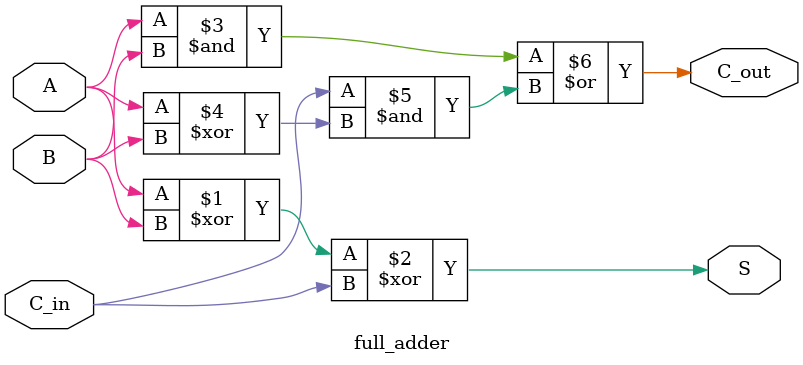
<source format=v>
module full_add_3b( 
    input [2:0] a, b,
    input cin,
    output [2:0] cout,
    output [2:0] sum
);

    // Разряд 0
    full_adder fa0 (
        .A(a[0]),
        .B(b[0]),
        .C_in(cin),
        .S(sum[0]),
        .C_out(cout[0])
    );

    // Разряд 1
    full_adder fa1 (
        .A(a[1]),
        .B(b[1]),
        .C_in(cout[0]),
        .S(sum[1]),
        .C_out(cout[1])
    );

    // Разряд 2
    full_adder fa2 (
        .A(a[2]),
        .B(b[2]),
        .C_in(cout[1]),
        .S(sum[2]),
        .C_out(cout[2])
    );

endmodule


// Модуль полного сумматора (можно включить в тот же файл)
module full_adder (
    input A, B, C_in,
    output S, C_out
);
    assign S = A ^ B ^ C_in;
    assign C_out = (A & B) | (C_in & (A ^ B));
endmodule

</source>
